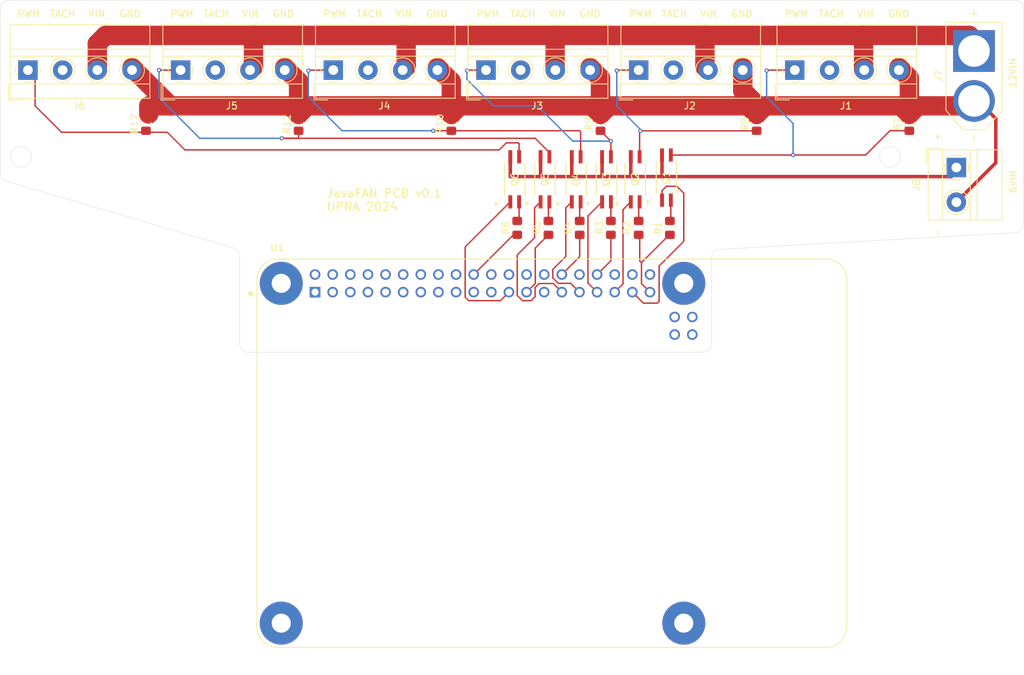
<source format=kicad_pcb>
(kicad_pcb (version 20240108) (generator "pcbnew") (generator_version "8.0")
  (title_block (title "JavaFan PCB Interface for Raspberry Pi 3B+") (date "2024-03-12") (rev "v0.1") (company "UPNA") (comment 1 "Dani Aláez") (comment 2 "Pendiente de revisión"))
  (layers (0 "F.Cu" signal) (31 "B.Cu" signal) (34 "B.Paste" user) (35 "F.Paste" user) (36 "B.SilkS" user "B.Silkscreen") (37 "F.SilkS" user "F.Silkscreen") (38 "B.Mask" user) (39 "F.Mask" user) (44 "Edge.Cuts" user))
  (net 0 "")
  (net 1 "Net-(J2-Pin_1)")
  (net 2 "/GND_Source")
  (net 3 "Net-(Q1-Pad2)")
  (net 8 "Net-(U1-3V3-Pad1)")
  (net 11 "Net-(J1-Pin_1)")
  (net 15 "Net-(U1-5V-Pad2)")
  (net 19 "Net-(U1-SHIELD-PadS1)")
  (net 21 "Net-(J3-Pin_1)")
  (net 35 "Net-(J4-Pin_1)")
  (net 36 "Net-(J5-Pin_1)")
  (net 37 "Net-(J6-Pin_1)")
  (net 38 "/V12DC")
  (net 39 "/Tach_1")
  (net 40 "/Tach_2")
  (net 41 "/Tach_3")
  (net 42 "/Tach_4")
  (net 43 "/Tach_5")
  (net 44 "/Tach_6")
  (net 45 "/6V")
  (net 46 "/PWM_1")
  (net 47 "/PWM_2")
  (net 48 "Net-(Q2-Pad2)")
  (net 49 "Net-(Q3-Pad2)")
  (net 50 "/PWM_3")
  (net 51 "/PWM_4")
  (net 52 "Net-(Q4-Pad2)")
  (net 53 "/PWM_5")
  (net 54 "Net-(Q5-Pad2)")
  (net 55 "Net-(Q6-Pad2)")
  (net 56 "/PWM_6")
  (net 57 "/GND_R")
  (footprint "XT60-M:AMASS_XT60-M" (layer "F.Cu") (at 184.82 37.6 -90)
    (property "Reference" "J7" (at 0 5.08 90) (layer "F.SilkS"))
    (property "Value" "XT60-M")
    (pad "N" thru_hole circle (at 3.6 0 270) (size 6 6) (drill 4.55) (layers "*.Cu" "*.Mask") (net 2 "/GND_Source"))
    (pad "P" thru_hole rect (at -3.6 0 270) (size 6 6) (drill 4.55) (layers "*.Cu" "*.Mask") (net 38 "/V12DC"))
  )
  (footprint "KiCAD:MFP4_100AL_OSI-M" (layer "F.Cu") (at 123 52.5 90)
    (property "Reference" "Q5" (at 0 0 90) (layer "F.SilkS"))
    (property "Value" "HMHA2801AR2")
    (fp_text user "*" (at -3.5052 -2.3368 -90) (layer "F.SilkS"))
    (fp_text user "*" (at -3.5052 -2.3368 90) (layer "F.SilkS"))
    (pad "1" smd rect (at -3.2512 -0.635 90) (size 1.905 0.5588) (layers "F.Cu" "F.Paste" "F.Mask") (net 53 "/PWM_5"))
    (pad "2" smd rect (at -3.2512 0.635 90) (size 1.905 0.5588) (layers "F.Cu" "F.Paste" "F.Mask") (net 54 "Net-(Q5-Pad2)"))
    (pad "3" smd rect (at 3.2512 0.635 90) (size 1.905 0.5588) (layers "F.Cu" "F.Paste" "F.Mask") (net 36 "Net-(J5-Pin_1)"))
    (pad "4" smd rect (at 3.2512 -0.635 90) (size 1.905 0.5588) (layers "F.Cu" "F.Paste" "F.Mask") (net 45 "/6V"))
  )
  (footprint "KiCAD:MFP4_100AL_OSI-M" (layer "F.Cu") (at 140.5 52.2512 90)
    (property "Reference" "Q1" (at 0 0 90) (layer "F.SilkS"))
    (property "Value" "HMHA2801AR2")
    (fp_text user "*" (at -3.5052 -2.3368 -90) (layer "F.SilkS"))
    (fp_text user "*" (at -3.5052 -2.3368 90) (layer "F.SilkS"))
    (pad "1" smd rect (at -3.2512 -0.635 90) (size 1.905 0.5588) (layers "F.Cu" "F.Paste" "F.Mask") (net 46 "/PWM_1"))
    (pad "2" smd rect (at -3.2512 0.635 90) (size 1.905 0.5588) (layers "F.Cu" "F.Paste" "F.Mask") (net 3 "Net-(Q1-Pad2)"))
    (pad "3" smd rect (at 3.2512 0.635 90) (size 1.905 0.5588) (layers "F.Cu" "F.Paste" "F.Mask") (net 11 "Net-(J1-Pin_1)"))
    (pad "4" smd rect (at 3.2512 -0.635 90) (size 1.905 0.5588) (layers "F.Cu" "F.Paste" "F.Mask") (net 45 "/6V"))
  )
  (footprint "Resistor_SMD:R_0805_2012Metric_Pad1.20x1.40mm_HandSolder" (layer "F.Cu") (at 87.5 44.5 90)
    (property "Reference" "R11" (at 0 -1.65 -90) (layer "F.SilkS"))
    (property "Value" "R")
    (pad "1" smd roundrect (at -1 0 90) (size 1.2 1.4) (layers "F.Cu" "F.Paste" "F.Mask") (roundrect_rratio 0.2083333333) (net 36 "Net-(J5-Pin_1)"))
    (pad "2" smd roundrect (at 1 0 90) (size 1.2 1.4) (layers "F.Cu" "F.Paste" "F.Mask") (roundrect_rratio 0.2083333333) (net 2 "/GND_Source"))
  )
  (footprint "Resistor_SMD:R_0805_2012Metric_Pad1.20x1.40mm_HandSolder" (layer "F.Cu") (at 131 44.5 90)
    (property "Reference" "R9" (at 0 -1.65 -90) (layer "F.SilkS"))
    (property "Value" "R")
    (pad "1" smd roundrect (at -1 0 90) (size 1.2 1.4) (layers "F.Cu" "F.Paste" "F.Mask") (roundrect_rratio 0.2083333333) (net 21 "Net-(J3-Pin_1)"))
    (pad "2" smd roundrect (at 1 0 90) (size 1.2 1.4) (layers "F.Cu" "F.Paste" "F.Mask") (roundrect_rratio 0.2083333333) (net 2 "/GND_Source"))
  )
  (footprint "Resistor_SMD:R_0805_2012Metric_Pad1.20x1.40mm_HandSolder" (layer "F.Cu") (at 175.5 44.5 90)
    (property "Reference" "R7" (at 0 -1.65 -90) (layer "F.SilkS"))
    (property "Value" "R")
    (pad "1" smd roundrect (at -1 0 90) (size 1.2 1.4) (layers "F.Cu" "F.Paste" "F.Mask") (roundrect_rratio 0.2083333333) (net 11 "Net-(J1-Pin_1)"))
    (pad "2" smd roundrect (at 1 0 90) (size 1.2 1.4) (layers "F.Cu" "F.Paste" "F.Mask") (roundrect_rratio 0.2083333333) (net 2 "/GND_Source"))
  )
  (footprint "TerminalBlock_MetzConnect:TerminalBlock_MetzConnect_Type011_RT05504HBWC_1x04_P5.00mm_Horizontal" (layer "F.Cu") (at 48.5 36.75)
    (property "Reference" "J6" (at 7.37 5.16 0) (layer "F.SilkS"))
    (property "Value" "Screw_Terminal_01x04")
    (pad "1" thru_hole rect (at 0 0) (size 2.8 2.8) (drill 1.4) (layers "*.Cu" "*.Mask") (net 37 "Net-(J6-Pin_1)"))
    (pad "2" thru_hole circle (at 5 0) (size 2.8 2.8) (drill 1.4) (layers "*.Cu" "*.Mask") (net 44 "/Tach_6"))
    (pad "3" thru_hole circle (at 10 0) (size 2.8 2.8) (drill 1.4) (layers "*.Cu" "*.Mask") (net 38 "/V12DC"))
    (pad "4" thru_hole circle (at 15 0) (size 2.8 2.8) (drill 1.4) (layers "*.Cu" "*.Mask") (net 2 "/GND_Source"))
  )
  (footprint "RASPBERRY_PI_3_MODEL_B_:MODULE_RASPBERRY_PI_3_MODEL_B_" (layer "F.Cu") (at 124 92)
    (property "Reference" "U1" (at -39.575 -29.635 0) (layer "F.SilkS"))
    (property "Value" "RASPBERRY_PI_3_MODEL_B_")
    (pad "1" thru_hole rect (at -34.13 -23.23) (size 1.524 1.524) (drill 1.016) (layers "*.Cu" "*.Mask") (net 8 "Net-(U1-3V3-Pad1)"))
    (pad "2" thru_hole circle (at -34.13 -25.77) (size 1.524 1.524) (drill 1.016) (layers "*.Cu" "*.Mask") (net 15 "Net-(U1-5V-Pad2)"))
    (pad "3" thru_hole circle (at -31.59 -23.23) (size 1.524 1.524) (drill 1.016) (layers "*.Cu" "*.Mask"))
    (pad "4" thru_hole circle (at -31.59 -25.77) (size 1.524 1.524) (drill 1.016) (layers "*.Cu" "*.Mask") (net 15 "Net-(U1-5V-Pad2)"))
    (pad "5" thru_hole circle (at -29.05 -23.23) (size 1.524 1.524) (drill 1.016) (layers "*.Cu" "*.Mask"))
    (pad "6" thru_hole circle (at -29.05 -25.77) (size 1.524 1.524) (drill 1.016) (layers "*.Cu" "*.Mask") (net 57 "/GND_R"))
    (pad "7" thru_hole circle (at -26.51 -23.23) (size 1.524 1.524) (drill 1.016) (layers "*.Cu" "*.Mask"))
    (pad "8" thru_hole circle (at -26.51 -25.77) (size 1.524 1.524) (drill 1.016) (layers "*.Cu" "*.Mask"))
    (pad "9" thru_hole circle (at -23.97 -23.23) (size 1.524 1.524) (drill 1.016) (layers "*.Cu" "*.Mask") (net 57 "/GND_R"))
    (pad "10" thru_hole circle (at -23.97 -25.77) (size 1.524 1.524) (drill 1.016) (layers "*.Cu" "*.Mask"))
    (pad "11" thru_hole circle (at -21.43 -23.23) (size 1.524 1.524) (drill 1.016) (layers "*.Cu" "*.Mask"))
    (pad "12" thru_hole circle (at -21.43 -25.77) (size 1.524 1.524) (drill 1.016) (layers "*.Cu" "*.Mask"))
    (pad "13" thru_hole circle (at -18.89 -23.23) (size 1.524 1.524) (drill 1.016) (layers "*.Cu" "*.Mask"))
    (pad "14" thru_hole circle (at -18.89 -25.77) (size 1.524 1.524) (drill 1.016) (layers "*.Cu" "*.Mask") (net 57 "/GND_R"))
    (pad "15" thru_hole circle (at -16.35 -23.23) (size 1.524 1.524) (drill 1.016) (layers "*.Cu" "*.Mask"))
    (pad "16" thru_hole circle (at -16.35 -25.77) (size 1.524 1.524) (drill 1.016) (layers "*.Cu" "*.Mask"))
    (pad "17" thru_hole circle (at -13.81 -23.23) (size 1.524 1.524) (drill 1.016) (layers "*.Cu" "*.Mask") (net 8 "Net-(U1-3V3-Pad1)"))
    (pad "18" thru_hole circle (at -13.81 -25.77) (size 1.524 1.524) (drill 1.016) (layers "*.Cu" "*.Mask"))
    (pad "19" thru_hole circle (at -11.27 -23.23) (size 1.524 1.524) (drill 1.016) (layers "*.Cu" "*.Mask"))
    (pad "20" thru_hole circle (at -11.27 -25.77) (size 1.524 1.524) (drill 1.016) (layers "*.Cu" "*.Mask") (net 57 "/GND_R"))
    (pad "21" thru_hole circle (at -8.73 -23.23) (size 1.524 1.524) (drill 1.016) (layers "*.Cu" "*.Mask"))
    (pad "22" thru_hole circle (at -8.73 -25.77) (size 1.524 1.524) (drill 1.016) (layers "*.Cu" "*.Mask"))
    (pad "23" thru_hole circle (at -6.19 -23.23) (size 1.524 1.524) (drill 1.016) (layers "*.Cu" "*.Mask") (net 56 "/PWM_6"))
    (pad "24" thru_hole circle (at -6.19 -25.77) (size 1.524 1.524) (drill 1.016) (layers "*.Cu" "*.Mask"))
    (pad "25" thru_hole circle (at -3.65 -23.23) (size 1.524 1.524) (drill 1.016) (layers "*.Cu" "*.Mask") (net 57 "/GND_R"))
    (pad "26" thru_hole circle (at -3.65 -25.77) (size 1.524 1.524) (drill 1.016) (layers "*.Cu" "*.Mask"))
    (pad "27" thru_hole circle (at -1.11 -23.23) (size 1.524 1.524) (drill 1.016) (layers "*.Cu" "*.Mask"))
    (pad "28" thru_hole circle (at -1.11 -25.77) (size 1.524 1.524) (drill 1.016) (layers "*.Cu" "*.Mask"))
    (pad "29" thru_hole circle (at 1.43 -23.23) (size 1.524 1.524) (drill 1.016) (layers "*.Cu" "*.Mask") (net 53 "/PWM_5"))
    (pad "30" thru_hole circle (at 1.43 -25.77) (size 1.524 1.524) (drill 1.016) (layers "*.Cu" "*.Mask") (net 57 "/GND_R"))
    (pad "31" thru_hole circle (at 3.97 -23.23) (size 1.524 1.524) (drill 1.016) (layers "*.Cu" "*.Mask") (net 51 "/PWM_4"))
    (pad "32" thru_hole circle (at 3.97 -25.77) (size 1.524 1.524) (drill 1.016) (layers "*.Cu" "*.Mask"))
    (pad "33" thru_hole circle (at 6.51 -23.23) (size 1.524 1.524) (drill 1.016) (layers "*.Cu" "*.Mask") (net 50 "/PWM_3"))
    (pad "34" thru_hole circle (at 6.51 -25.77) (size 1.524 1.524) (drill 1.016) (layers "*.Cu" "*.Mask") (net 57 "/GND_R"))
    (pad "35" thru_hole circle (at 9.05 -23.23) (size 1.524 1.524) (drill 1.016) (layers "*.Cu" "*.Mask") (net 47 "/PWM_2"))
    (pad "36" thru_hole circle (at 9.05 -25.77) (size 1.524 1.524) (drill 1.016) (layers "*.Cu" "*.Mask"))
    (pad "37" thru_hole circle (at 11.59 -23.23) (size 1.524 1.524) (drill 1.016) (layers "*.Cu" "*.Mask") (net 46 "/PWM_1"))
    (pad "38" thru_hole circle (at 11.59 -25.77) (size 1.524 1.524) (drill 1.016) (layers "*.Cu" "*.Mask"))
    (pad "39" thru_hole circle (at 14.13 -23.23) (size 1.524 1.524) (drill 1.016) (layers "*.Cu" "*.Mask") (net 57 "/GND_R"))
    (pad "40" thru_hole circle (at 14.13 -25.77) (size 1.524 1.524) (drill 1.016) (layers "*.Cu" "*.Mask"))
    (pad "41" thru_hole circle (at 20.23 -17.107) (size 1.524 1.524) (drill 1.016) (layers "*.Cu" "*.Mask"))
    (pad "42" thru_hole circle (at 20.23 -19.647) (size 1.524 1.524) (drill 1.016) (layers "*.Cu" "*.Mask"))
    (pad "43" thru_hole circle (at 17.69 -17.107) (size 1.524 1.524) (drill 1.016) (layers "*.Cu" "*.Mask"))
    (pad "44" thru_hole circle (at 17.69 -19.647) (size 1.524 1.524) (drill 1.016) (layers "*.Cu" "*.Mask"))
    (pad "S1" thru_hole circle (at -39 -24.5) (size 6.2 6.2) (drill 2.75) (layers "*.Cu" "*.Mask") (net 19 "Net-(U1-SHIELD-PadS1)"))
    (pad "S2" thru_hole circle (at 19 -24.5) (size 6.2 6.2) (drill 2.75) (layers "*.Cu" "*.Mask") (net 19 "Net-(U1-SHIELD-PadS1)"))
    (pad "S3" thru_hole circle (at 19 24.5) (size 6.2 6.2) (drill 2.75) (layers "*.Cu" "*.Mask") (net 19 "Net-(U1-SHIELD-PadS1)"))
    (pad "S4" thru_hole circle (at -39 24.5) (size 6.2 6.2) (drill 2.75) (layers "*.Cu" "*.Mask") (net 19 "Net-(U1-SHIELD-PadS1)"))
  )
  (footprint "TerminalBlock_MetzConnect:TerminalBlock_MetzConnect_Type011_RT05504HBWC_1x04_P5.00mm_Horizontal" (layer "F.Cu") (at 92.5 36.75)
    (property "Reference" "J4" (at 7.37 5.16 0) (layer "F.SilkS"))
    (property "Value" "Screw_Terminal_01x04")
    (pad "1" thru_hole rect (at 0 0) (size 2.8 2.8) (drill 1.4) (layers "*.Cu" "*.Mask") (net 35 "Net-(J4-Pin_1)"))
    (pad "2" thru_hole circle (at 5 0) (size 2.8 2.8) (drill 1.4) (layers "*.Cu" "*.Mask") (net 42 "/Tach_4"))
    (pad "3" thru_hole circle (at 10 0) (size 2.8 2.8) (drill 1.4) (layers "*.Cu" "*.Mask") (net 38 "/V12DC"))
    (pad "4" thru_hole circle (at 15 0) (size 2.8 2.8) (drill 1.4) (layers "*.Cu" "*.Mask") (net 2 "/GND_Source"))
  )
  (footprint "TerminalBlock_MetzConnect:TerminalBlock_MetzConnect_Type011_RT05504HBWC_1x04_P5.00mm_Horizontal" (layer "F.Cu") (at 159 36.75)
    (property "Reference" "J1" (at 7.37 5.16 0) (layer "F.SilkS"))
    (property "Value" "Screw_Terminal_01x04")
    (pad "1" thru_hole rect (at 0 0) (size 2.8 2.8) (drill 1.4) (layers "*.Cu" "*.Mask") (net 11 "Net-(J1-Pin_1)"))
    (pad "2" thru_hole circle (at 5 0) (size 2.8 2.8) (drill 1.4) (layers "*.Cu" "*.Mask") (net 39 "/Tach_1"))
    (pad "3" thru_hole circle (at 10 0) (size 2.8 2.8) (drill 1.4) (layers "*.Cu" "*.Mask") (net 38 "/V12DC"))
    (pad "4" thru_hole circle (at 15 0) (size 2.8 2.8) (drill 1.4) (layers "*.Cu" "*.Mask") (net 2 "/GND_Source"))
  )
  (footprint "Resistor_SMD:R_0805_2012Metric_Pad1.20x1.40mm_HandSolder" (layer "F.Cu") (at 153.5 44.5 90)
    (property "Reference" "R8" (at 0 -1.65 -90) (layer "F.SilkS"))
    (property "Value" "R")
    (pad "1" smd roundrect (at -1 0 90) (size 1.2 1.4) (layers "F.Cu" "F.Paste" "F.Mask") (roundrect_rratio 0.2083333333) (net 1 "Net-(J2-Pin_1)"))
    (pad "2" smd roundrect (at 1 0 90) (size 1.2 1.4) (layers "F.Cu" "F.Paste" "F.Mask") (roundrect_rratio 0.2083333333) (net 2 "/GND_Source"))
  )
  (footprint "Resistor_SMD:R_0805_2012Metric_Pad1.20x1.40mm_HandSolder" (layer "F.Cu") (at 128 59.5 90)
    (property "Reference" "R4" (at 0 -1.65 -90) (layer "F.SilkS"))
    (property "Value" "R")
    (pad "1" smd roundrect (at -1 0 90) (size 1.2 1.4) (layers "F.Cu" "F.Paste" "F.Mask") (roundrect_rratio 0.2083333333) (net 57 "/GND_R"))
    (pad "2" smd roundrect (at 1 0 90) (size 1.2 1.4) (layers "F.Cu" "F.Paste" "F.Mask") (roundrect_rratio 0.2083333333) (net 52 "Net-(Q4-Pad2)"))
  )
  (footprint "Resistor_SMD:R_0805_2012Metric_Pad1.20x1.40mm_HandSolder" (layer "F.Cu") (at 119 59.5 90)
    (property "Reference" "R6" (at 0 -1.65 -90) (layer "F.SilkS"))
    (property "Value" "R")
    (pad "1" smd roundrect (at -1 0 90) (size 1.2 1.4) (layers "F.Cu" "F.Paste" "F.Mask") (roundrect_rratio 0.2083333333) (net 57 "/GND_R"))
    (pad "2" smd roundrect (at 1 0 90) (size 1.2 1.4) (layers "F.Cu" "F.Paste" "F.Mask") (roundrect_rratio 0.2083333333) (net 55 "Net-(Q6-Pad2)"))
  )
  (footprint "KiCAD:MFP4_100AL_OSI-M" (layer "F.Cu") (at 136 52.5 90)
    (property "Reference" "Q2" (at 0 0 90) (layer "F.SilkS"))
    (property "Value" "HMHA2801AR2")
    (fp_text user "*" (at -3.5052 -2.3368 90) (layer "F.SilkS"))
    (fp_text user "*" (at -3.5052 -2.3368 -90) (layer "F.SilkS"))
    (pad "1" smd rect (at -3.2512 -0.635 90) (size 1.905 0.5588) (layers "F.Cu" "F.Paste" "F.Mask") (net 47 "/PWM_2"))
    (pad "2" smd rect (at -3.2512 0.635 90) (size 1.905 0.5588) (layers "F.Cu" "F.Paste" "F.Mask") (net 48 "Net-(Q2-Pad2)"))
    (pad "3" smd rect (at 3.2512 0.635 90) (size 1.905 0.5588) (layers "F.Cu" "F.Paste" "F.Mask") (net 1 "Net-(J2-Pin_1)"))
    (pad "4" smd rect (at 3.2512 -0.635 90) (size 1.905 0.5588) (layers "F.Cu" "F.Paste" "F.Mask") (net 45 "/6V"))
  )
  (footprint "TerminalBlock_MetzConnect:TerminalBlock_MetzConnect_Type011_RT05504HBWC_1x04_P5.00mm_Horizontal" (layer "F.Cu") (at 136.5 36.75)
    (property "Reference" "J2" (at 7.37 5.16 0) (layer "F.SilkS"))
    (property "Value" "Screw_Terminal_01x04")
    (pad "1" thru_hole rect (at 0 0) (size 2.8 2.8) (drill 1.4) (layers "*.Cu" "*.Mask") (net 1 "Net-(J2-Pin_1)"))
    (pad "2" thru_hole circle (at 5 0) (size 2.8 2.8) (drill 1.4) (layers "*.Cu" "*.Mask") (net 40 "/Tach_2"))
    (pad "3" thru_hole circle (at 10 0) (size 2.8 2.8) (drill 1.4) (layers "*.Cu" "*.Mask") (net 38 "/V12DC"))
    (pad "4" thru_hole circle (at 15 0) (size 2.8 2.8) (drill 1.4) (layers "*.Cu" "*.Mask") (net 2 "/GND_Source"))
  )
  (footprint "KiCAD:MFP4_100AL_OSI-M" (layer "F.Cu") (at 131.865 52.5 90)
    (property "Reference" "Q3" (at 0 0 90) (layer "F.SilkS"))
    (property "Value" "HMHA2801AR2")
    (fp_text user "*" (at -3.5052 -2.3368 90) (layer "F.SilkS"))
    (fp_text user "*" (at -3.5052 -2.3368 -90) (layer "F.SilkS"))
    (pad "1" smd rect (at -3.2512 -0.635 90) (size 1.905 0.5588) (layers "F.Cu" "F.Paste" "F.Mask") (net 50 "/PWM_3"))
    (pad "2" smd rect (at -3.2512 0.635 90) (size 1.905 0.5588) (layers "F.Cu" "F.Paste" "F.Mask") (net 49 "Net-(Q3-Pad2)"))
    (pad "3" smd rect (at 3.2512 0.635 90) (size 1.905 0.5588) (layers "F.Cu" "F.Paste" "F.Mask") (net 21 "Net-(J3-Pin_1)"))
    (pad "4" smd rect (at 3.2512 -0.635 90) (size 1.905 0.5588) (layers "F.Cu" "F.Paste" "F.Mask") (net 45 "/6V"))
  )
  (footprint "TerminalBlock_MetzConnect:TerminalBlock_MetzConnect_Type011_RT05502HBWC_1x02_P5.00mm_Horizontal" (layer "F.Cu") (at 182.28 50.8 -90)
    (property "Reference" "J8" (at 2.54 5.75 90) (layer "F.SilkS"))
    (property "Value" "Screw_Terminal_01x02")
    (pad "1" thru_hole rect (at 0 0 270) (size 2.8 2.8) (drill 1.4) (layers "*.Cu" "*.Mask") (net 45 "/6V"))
    (pad "2" thru_hole circle (at 5 0 270) (size 2.8 2.8) (drill 1.4) (layers "*.Cu" "*.Mask") (net 2 "/GND_Source"))
  )
  (footprint "KiCAD:MFP4_100AL_OSI-M" (layer "F.Cu") (at 118.635 52.5 90)
    (property "Reference" "Q6" (at 0 0 90) (layer "F.SilkS"))
    (property "Value" "HMHA2801AR2")
    (fp_text user "*" (at -3.5052 -2.3368 90) (layer "F.SilkS"))
    (fp_text user "*" (at -3.5052 -2.3368 -90) (layer "F.SilkS"))
    (pad "1" smd rect (at -3.2512 -0.635 90) (size 1.905 0.5588) (layers "F.Cu" "F.Paste" "F.Mask") (net 56 "/PWM_6"))
    (pad "2" smd rect (at -3.2512 0.635 90) (size 1.905 0.5588) (layers "F.Cu" "F.Paste" "F.Mask") (net 55 "Net-(Q6-Pad2)"))
    (pad "3" smd rect (at 3.2512 0.635 90) (size 1.905 0.5588) (layers "F.Cu" "F.Paste" "F.Mask") (net 37 "Net-(J6-Pin_1)"))
    (pad "4" smd rect (at 3.2512 -0.635 90) (size 1.905 0.5588) (layers "F.Cu" "F.Paste" "F.Mask") (net 45 "/6V"))
  )
  (footprint "TerminalBlock_MetzConnect:TerminalBlock_MetzConnect_Type011_RT05504HBWC_1x04_P5.00mm_Horizontal" (layer "F.Cu") (at 70.5 36.75)
    (property "Reference" "J5" (at 7.37 5.16 0) (layer "F.SilkS"))
    (property "Value" "Screw_Terminal_01x04")
    (pad "1" thru_hole rect (at 0 0) (size 2.8 2.8) (drill 1.4) (layers "*.Cu" "*.Mask") (net 36 "Net-(J5-Pin_1)"))
    (pad "2" thru_hole circle (at 5 0) (size 2.8 2.8) (drill 1.4) (layers "*.Cu" "*.Mask") (net 43 "/Tach_5"))
    (pad "3" thru_hole circle (at 10 0) (size 2.8 2.8) (drill 1.4) (layers "*.Cu" "*.Mask") (net 38 "/V12DC"))
    (pad "4" thru_hole circle (at 15 0) (size 2.8 2.8) (drill 1.4) (layers "*.Cu" "*.Mask") (net 2 "/GND_Source"))
  )
  (footprint "KiCAD:MFP4_100AL_OSI-M" (layer "F.Cu") (at 127.5 52.5 90)
    (property "Reference" "Q4" (at 0 0 90) (layer "F.SilkS"))
    (property "Value" "HMHA2801AR2")
    (fp_text user "*" (at -3.5052 -2.3368 90) (layer "F.SilkS"))
    (fp_text user "*" (at -3.5052 -2.3368 -90) (layer "F.SilkS"))
    (pad "1" smd rect (at -3.2512 -0.635 90) (size 1.905 0.5588) (layers "F.Cu" "F.Paste" "F.Mask") (net 51 "/PWM_4"))
    (pad "2" smd rect (at -3.2512 0.635 90) (size 1.905 0.5588) (layers "F.Cu" "F.Paste" "F.Mask") (net 52 "Net-(Q4-Pad2)"))
    (pad "3" smd rect (at 3.2512 0.635 90) (size 1.905 0.5588) (layers "F.Cu" "F.Paste" "F.Mask") (net 35 "Net-(J4-Pin_1)"))
    (pad "4" smd rect (at 3.2512 -0.635 90) (size 1.905 0.5588) (layers "F.Cu" "F.Paste" "F.Mask") (net 45 "/6V"))
  )
  (footprint "TerminalBlock_MetzConnect:TerminalBlock_MetzConnect_Type011_RT05504HBWC_1x04_P5.00mm_Horizontal" (layer "F.Cu") (at 114.5 36.75)
    (property "Reference" "J3" (at 7.37 5.16 0) (layer "F.SilkS"))
    (property "Value" "Screw_Terminal_01x04")
    (pad "1" thru_hole rect (at 0 0) (size 2.8 2.8) (drill 1.4) (layers "*.Cu" "*.Mask") (net 21 "Net-(J3-Pin_1)"))
    (pad "2" thru_hole circle (at 5 0) (size 2.8 2.8) (drill 1.4) (layers "*.Cu" "*.Mask") (net 41 "/Tach_3"))
    (pad "3" thru_hole circle (at 10 0) (size 2.8 2.8) (drill 1.4) (layers "*.Cu" "*.Mask") (net 38 "/V12DC"))
    (pad "4" thru_hole circle (at 15 0) (size 2.8 2.8) (drill 1.4) (layers "*.Cu" "*.Mask") (net 2 "/GND_Source"))
  )
  (footprint "Resistor_SMD:R_0805_2012Metric_Pad1.20x1.40mm_HandSolder" (layer "F.Cu") (at 132.5 59.5 90)
    (property "Reference" "R3" (at 0 -1.65 -90) (layer "F.SilkS"))
    (property "Value" "R")
    (pad "1" smd roundrect (at -1 0 90) (size 1.2 1.4) (layers "F.Cu" "F.Paste" "F.Mask") (roundrect_rratio 0.2083333333) (net 57 "/GND_R"))
    (pad "2" smd roundrect (at 1 0 90) (size 1.2 1.4) (layers "F.Cu" "F.Paste" "F.Mask") (roundrect_rratio 0.2083333333) (net 49 "Net-(Q3-Pad2)"))
  )
  (footprint "Resistor_SMD:R_0805_2012Metric_Pad1.20x1.40mm_HandSolder" (layer "F.Cu") (at 123.5 59.5 90)
    (property "Reference" "R5" (at 0 -1.65 -90) (layer "F.SilkS"))
    (property "Value" "R")
    (pad "1" smd roundrect (at -1 0 90) (size 1.2 1.4) (layers "F.Cu" "F.Paste" "F.Mask") (roundrect_rratio 0.2083333333) (net 57 "/GND_R"))
    (pad "2" smd roundrect (at 1 0 90) (size 1.2 1.4) (layers "F.Cu" "F.Paste" "F.Mask") (roundrect_rratio 0.2083333333) (net 54 "Net-(Q5-Pad2)"))
  )
  (footprint "Resistor_SMD:R_0805_2012Metric_Pad1.20x1.40mm_HandSolder" (layer "F.Cu") (at 141 59.5 90)
    (property "Reference" "R1" (at 0 -1.65 -90) (layer "F.SilkS"))
    (property "Value" "R")
    (pad "1" smd roundrect (at -1 0 90) (size 1.2 1.4) (layers "F.Cu" "F.Paste" "F.Mask") (roundrect_rratio 0.2083333333) (net 57 "/GND_R"))
    (pad "2" smd roundrect (at 1 0 90) (size 1.2 1.4) (layers "F.Cu" "F.Paste" "F.Mask") (roundrect_rratio 0.2083333333) (net 3 "Net-(Q1-Pad2)"))
  )
  (footprint "Resistor_SMD:R_0805_2012Metric_Pad1.20x1.40mm_HandSolder" (layer "F.Cu") (at 65.5 44.5 90)
    (property "Reference" "R12" (at 0 -1.65 -90) (layer "F.SilkS"))
    (property "Value" "R")
    (pad "1" smd roundrect (at -1 0 90) (size 1.2 1.4) (layers "F.Cu" "F.Paste" "F.Mask") (roundrect_rratio 0.2083333333) (net 37 "Net-(J6-Pin_1)"))
    (pad "2" smd roundrect (at 1 0 90) (size 1.2 1.4) (layers "F.Cu" "F.Paste" "F.Mask") (roundrect_rratio 0.2083333333) (net 2 "/GND_Source"))
  )
  (footprint "Resistor_SMD:R_0805_2012Metric_Pad1.20x1.40mm_HandSolder" (layer "F.Cu") (at 136.5 59.5 90)
    (property "Reference" "R2" (at 0 -1.65 -90) (layer "F.SilkS"))
    (property "Value" "R")
    (pad "1" smd roundrect (at -1 0 90) (size 1.2 1.4) (layers "F.Cu" "F.Paste" "F.Mask") (roundrect_rratio 0.2083333333) (net 57 "/GND_R"))
    (pad "2" smd roundrect (at 1 0 90) (size 1.2 1.4) (layers "F.Cu" "F.Paste" "F.Mask") (roundrect_rratio 0.2083333333) (net 48 "Net-(Q2-Pad2)"))
  )
  (footprint "Resistor_SMD:R_0805_2012Metric_Pad1.20x1.40mm_HandSolder" (layer "F.Cu") (at 109.5 44.5 90)
    (property "Reference" "R10" (at 0 -1.65 -90) (layer "F.SilkS"))
    (property "Value" "R")
    (pad "1" smd roundrect (at -1 0 90) (size 1.2 1.4) (layers "F.Cu" "F.Paste" "F.Mask") (roundrect_rratio 0.2083333333) (net 35 "Net-(J4-Pin_1)"))
    (pad "2" smd roundrect (at 1 0 90) (size 1.2 1.4) (layers "F.Cu" "F.Paste" "F.Mask") (roundrect_rratio 0.2083333333) (net 2 "/GND_Source"))
  )
  (gr_line (start 78.088772 62.40165) (end 45.411228 52.77835) (stroke (width 0.05)) (layer "Edge.Cuts"))
  (gr_arc (start 80.27 77.44) (mid 79.371974 77.068026) (end 79 76.17) (stroke (width 0.05)) (layer "Edge.Cuts"))
  (gr_arc (start 147 76.17) (mid 146.628026 77.068026) (end 145.73 77.44) (stroke (width 0.05)) (layer "Edge.Cuts"))
  (gr_line (start 45.77 26.67) (end 190.73 26.67) (stroke (width 0.05)) (layer "Edge.Cuts"))
  (gr_line (start 79 76.17) (end 79 63.61992) (stroke (width 0.05)) (layer "Edge.Cuts"))
  (gr_arc (start 44.5 27.94) (mid 44.871974 27.041974) (end 45.77 26.67) (stroke (width 0.05)) (layer "Edge.Cuts"))
  (gr_line (start 44.5 51.56008) (end 44.5 27.94) (stroke (width 0.05)) (layer "Edge.Cuts"))
  (gr_line (start 192 27.94) (end 192 58.929663) (stroke (width 0.05)) (layer "Edge.Cuts"))
  (gr_arc (start 192 58.929663) (mid 191.652996 59.80204) (end 190.801571 60.197645) (stroke (width 0.05)) (layer "Edge.Cuts"))
  (gr_line (start 190.801571 60.197645) (end 148.198429 62.602355) (stroke (width 0.05)) (layer "Edge.Cuts"))
  (gr_circle (center 47.5 49.238) (end 49 49.238) (stroke (width 0.05)) (fill none) (layer "Edge.Cuts"))
  (gr_arc (start 78.088772 62.40165) (mid 78.746983 62.859245) (end 79 63.61992) (stroke (width 0.05)) (layer "Edge.Cuts"))
  (gr_circle (center 172.72 49.238) (end 174.22 49.238) (stroke (width 0.05)) (fill none) (layer "Edge.Cuts"))
  (gr_line (start 145.73 77.44) (end 80.27 77.44) (stroke (width 0.05)) (layer "Edge.Cuts"))
  (gr_arc (start 147 63.870337) (mid 147.347004 62.99796) (end 148.198429 62.602355) (stroke (width 0.05)) (layer "Edge.Cuts"))
  (gr_arc (start 190.73 26.67) (mid 191.628026 27.041974) (end 192 27.94) (stroke (width 0.05)) (layer "Edge.Cuts"))
  (gr_arc (start 45.411228 52.77835) (mid 44.753017 52.320755) (end 44.5 51.56008) (stroke (width 0.05)) (layer "Edge.Cuts"))
  (gr_line (start 147 63.870337) (end 147 76.17) (stroke (width 0.05)) (layer "Edge.Cuts"))
  (gr_text "VIN" (at 167.894 29.21 0) (layer "F.SilkS") (effects (font (size 1 1) (thickness 0.1524)) (justify left bottom)))
  (gr_text "VIN" (at 79.248 29.21 0) (layer "F.SilkS") (effects (font (size 1 1) (thickness 0.1524)) (justify left bottom)))
  (gr_text "TACH" (at 51.562 29.21 0) (layer "F.SilkS") (effects (font (size 1 1) (thickness 0.1524)) (justify left bottom)))
  (gr_text "TACH" (at 139.7 29.21 0) (layer "F.SilkS") (effects (font (size 1 1) (thickness 0.1524)) (justify left bottom)))
  (gr_text "PWM" (at 113.03 29.21 0) (layer "F.SilkS") (effects (font (size 1 1) (thickness 0.1524)) (justify left bottom)))
  (gr_text "GND" (at 172.339 29.21 0) (layer "F.SilkS") (effects (font (size 1 1) (thickness 0.1524)) (justify left bottom)))
  (gr_text "PWM" (at 68.961 29.21 0) (layer "F.SilkS") (effects (font (size 1 1) (thickness 0.1524)) (justify left bottom)))
  (gr_text "-" (at 179.07 59.54709 -90) (layer "F.SilkS") (effects (font (size 1 1) (thickness 0.1524)) (justify left bottom)))
  (gr_text "JavaFAN PCB v0.1\nUPNA 2024" (at 91.44 57.15 0) (layer "F.SilkS") (effects (font (size 1.2 1.2) (thickness 0.2) (bold yes)) (justify left bottom)))
  (gr_text "VIN" (at 145.288 29.21 0) (layer "F.SilkS") (effects (font (size 1 1) (thickness 0.1524)) (justify left bottom)))
  (gr_text "GND" (at 83.693 29.21 0) (layer "F.SilkS") (effects (font (size 1 1) (thickness 0.1524)) (justify left bottom)))
  (gr_text "GND" (at 105.791 29.21 0) (layer "F.SilkS") (effects (font (size 1 1) (thickness 0.1524)) (justify left bottom)))
  (gr_text "GND" (at 61.595 29.21 0) (layer "F.SilkS") (effects (font (size 1 1) (thickness 0.1524)) (justify left bottom)))
  (gr_text "PWM" (at 90.932 29.21 0) (layer "F.SilkS") (effects (font (size 1 1) (thickness 0.1524)) (justify left bottom)))
  (gr_text "+" (at 179.07 45.72 270) (layer "F.SilkS") (effects (font (size 1 1) (thickness 0.1524)) (justify left bottom)))
  (gr_text "GND" (at 127.889 29.21 0) (layer "F.SilkS") (effects (font (size 1 1) (thickness 0.1524)) (justify left bottom)))
  (gr_text "12VIN" (at 191.008 39.37 90) (layer "F.SilkS") (effects (font (size 1 1) (thickness 0.1524)) (justify left bottom)))
  (gr_text "PWM" (at 46.863 29.21 0) (layer "F.SilkS") (effects (font (size 1 1) (thickness 0.1524)) (justify left bottom)))
  (gr_text "TACH" (at 95.758 29.21 0) (layer "F.SilkS") (effects (font (size 1 1) (thickness 0.1524)) (justify left bottom)))
  (gr_text "TACH" (at 73.66 29.21 0) (layer "F.SilkS") (effects (font (size 1 1) (thickness 0.1524)) (justify left bottom)))
  (gr_text "VIN" (at 123.444 29.21 0) (layer "F.SilkS") (effects (font (size 1 1) (thickness 0.1524)) (justify left bottom)))
  (gr_text "TACH" (at 117.856 29.21 0) (layer "F.SilkS") (effects (font (size 1 1) (thickness 0.1524)) (justify left bottom)))
  (gr_text "6VIN" (at 191.008 54.61 90) (layer "F.SilkS") (effects (font (size 1 1) (thickness 0.1524)) (justify left bottom)))
  (gr_text "TACH" (at 162.306 29.21 0) (layer "F.SilkS") (effects (font (size 1 1) (thickness 0.1524)) (justify left bottom)))
  (gr_text "VIN" (at 101.346 29.21 0) (layer "F.SilkS") (effects (font (size 1 1) (thickness 0.1524)) (justify left bottom)))
  (gr_text "PWM" (at 135.001 29.21 0) (layer "F.SilkS") (effects (font (size 1 1) (thickness 0.1524)) (justify left bottom)))
  (gr_text "GND" (at 149.733 29.21 0) (layer "F.SilkS") (effects (font (size 1 1) (thickness 0.1524)) (justify left bottom)))
  (gr_text "PWM" (at 157.48 29.21 0) (layer "F.SilkS") (effects (font (size 1 1) (thickness 0.1524)) (justify left bottom)))
  (gr_text "VIN" (at 57.15 29.21 0) (layer "F.SilkS") (effects (font (size 1 1) (thickness 0.1524)) (justify left bottom)))
  (segment (start 136.635 45.635) (end 136.635 49.2488) (width 0.2) (layer "F.Cu") (net 1))
  (segment (start 136.756282 45.513718) (end 153.486282 45.513718) (width 0.2) (layer "F.Cu") (net 1))
  (segment (start 153.486282 45.513718) (end 153.5 45.5) (width 0.2) (layer "F.Cu") (net 1))
  (segment (start 136.635 45.635) (end 136.756282 45.513718) (width 0.2) (layer "F.Cu") (net 1))
  (segment (start 136.5 36.75) (end 133.43 36.75) (width 0.2) (layer "F.Cu") (net 1))
  (segment (start 133.43 36.75) (end 133.35 36.83) (width 0.2) (layer "F.Cu") (net 1))
  (via (at 136.756282 45.513718) (size 0.6) (drill 0.3) (layers "F.Cu" "B.Cu") (net 1))
  (via (at 133.35 36.83) (size 0.6) (drill 0.3) (layers "F.Cu" "B.Cu") (net 1))
  (segment (start 133.35 41.91) (end 133.35 36.83) (width 0.2) (layer "B.Cu") (net 1))
  (segment (start 136.756282 45.316282) (end 133.35 41.91) (width 0.2) (layer "B.Cu") (net 1))
  (segment (start 136.756282 45.513718) (end 136.756282 45.316282) (width 0.2) (layer "B.Cu") (net 1))
  (segment (start 175.5 43.14) (end 174.27 41.91) (width 2.794) (layer "F.Cu") (net 2))
  (segment (start 88.73 41.91) (end 87.5 43.14) (width 2.794) (layer "F.Cu") (net 2))
  (segment (start 152.27 41.91) (end 132.23 41.91) (width 2.794) (layer "F.Cu") (net 2))
  (segment (start 109.5 43.14) (end 109.5 38.39) (width 2.794) (layer "F.Cu") (net 2))
  (segment (start 187.96 50.12) (end 187.96 43.74) (width 0.508) (layer "F.Cu") (net 2))
  (segment (start 175.5 37.89) (end 174 36.39) (width 2.794) (layer "F.Cu") (net 2))
  (segment (start 110.73 41.91) (end 109.5 43.14) (width 2.794) (layer "F.Cu") (net 2))
  (segment (start 151.5 39.74) (end 151.5 36.39) (width 2.794) (layer "F.Cu") (net 2))
  (segment (start 175.5 43.14) (end 175.5 37.89) (width 2.794) (layer "F.Cu") (net 2))
  (segment (start 109.5 43.14) (end 108.27 41.91) (width 2.794) (layer "F.Cu") (net 2))
  (segment (start 153.5 41.74) (end 151.5 39.74) (width 2.794) (layer "F.Cu") (net 2))
  (segment (start 131 37.89) (end 129.5 36.39) (width 2.794) (layer "F.Cu") (net 2))
  (segment (start 87.5 38.39) (end 85.5 36.39) (width 2.794) (layer "F.Cu") (net 2))
  (segment (start 87.5 43.14) (end 87.5 38.39) (width 2.794) (layer "F.Cu") (net 2))
  (segment (start 187.96 43.74) (end 185.42 41.2) (width 0.508) (layer "F.Cu") (net 2))
  (segment (start 182.28 55.8) (end 187.96 50.12) (width 0.508) (layer "F.Cu") (net 2))
  (segment (start 153.5 43.14) (end 153.5 41.74) (width 2.794) (layer "F.Cu") (net 2))
  (segment (start 87.5 43.14) (end 86.27 41.91) (width 2.794) (layer "F.Cu") (net 2))
  (segment (start 131 43.14) (end 131 37.89) (width 2.794) (layer "F.Cu") (net 2))
  (segment (start 131 43.14) (end 129.77 41.91) (width 2.794) (layer "F.Cu") (net 2))
  (segment (start 86.27 41.91) (end 69.02 41.91) (width 2.794) (layer "F.Cu") (net 2))
  (segment (start 132.23 41.91) (end 131 43.14) (width 2.794) (layer "F.Cu") (net 2))
  (segment (start 109.5 38.39) (end 107.5 36.39) (width 2.794) (layer "F.Cu") (net 2))
  (segment (start 176.73 41.91) (end 175.5 43.14) (width 2.794) (layer "F.Cu") (net 2))
  (segment (start 174.27 41.91) (end 154.73 41.91) (width 2.794) (layer "F.Cu") (net 2))
  (segment (start 185.33 41.91) (end 176.13 41.91) (width 2.794) (layer "F.Cu") (net 2))
  (segment (start 69.02 41.91) (end 63.5 36.39) (width 2.794) (layer "F.Cu") (net 2))
  (segment (start 108.27 41.91) (end 88.73 41.91) (width 2.794) (layer "F.Cu") (net 2))
  (segment (start 69.02 41.91) (end 65.917 41.91) (width 2.794) (layer "F.Cu") (net 2))
  (segment (start 153.5 43.14) (end 152.27 41.91) (width 2.794) (layer "F.Cu") (net 2))
  (segment (start 129.77 41.91) (end 110.73 41.91) (width 2.794) (layer "F.Cu") (net 2))
  (segment (start 65.917 41.91) (end 65.917 43.083) (width 2.794) (layer "F.Cu") (net 2))
  (segment (start 154.73 41.91) (end 153.5 43.14) (width 2.794) (layer "F.Cu") (net 2))
  (segment (start 141.135 57.865) (end 141.135 55.5024) (width 0.2) (layer "F.Cu") (net 3))
  (segment (start 141 58) (end 141.135 57.865) (width 0.2) (layer "F.Cu") (net 3))
  (segment (start 141 58.5) (end 141 58) (width 0.2) (layer "F.Cu") (net 3))
  (segment (start 175.5 45.5) (end 172.7 45.5) (width 0.2) (layer "F.Cu") (net 11))
  (segment (start 158.75 49) (end 141.135 49) (width 0.2) (layer "F.Cu") (net 11))
  (segment (start 169.2 49) (end 158.75 49) (width 0.2) (layer "F.Cu") (net 11))
  (segment (start 172.7 45.5) (end 169.2 49) (width 0.2) (layer "F.Cu") (net 11))
  (segment (start 159 36.75) (end 155.02 36.75) (width 0.2) (layer "F.Cu") (net 11))
  (segment (start 155.02 36.75) (end 154.94 36.83) (width 0.2) (layer "F.Cu") (net 11))
  (via (at 154.94 36.83) (size 0.6) (drill 0.3) (layers "F.Cu" "B.Cu") (net 11))
  (via (at 158.75 49) (size 0.6) (drill 0.3) (layers "F.Cu" "B.Cu") (net 11))
  (segment (start 158.75 44.45) (end 154.94 40.64) (width 0.2) (layer "B.Cu") (net 11))
  (segment (start 158.75 49) (end 158.75 44.45) (width 0.2) (layer "B.Cu") (net 11))
  (segment (start 154.94 40.64) (end 154.94 36.83) (width 0.2) (layer "B.Cu") (net 11))
  (segment (start 111.76 36.83) (end 111.84 36.75) (width 0.2) (layer "F.Cu") (net 21))
  (segment (start 111.84 36.75) (end 114.5 36.75) (width 0.2) (layer "F.Cu") (net 21))
  (segment (start 131 45.5) (end 132.5 47) (width 0.2) (layer "F.Cu") (net 21))
  (segment (start 132.5 47) (end 132.5 49.2488) (width 0.2) (layer "F.Cu") (net 21))
  (via (at 111.76 36.83) (size 0.6) (drill 0.3) (layers "F.Cu" "B.Cu") (net 21))
  (via (at 132.5 47) (size 0.6) (drill 0.3) (layers "F.Cu" "B.Cu") (net 21))
  (segment (start 127 46.99) (end 132.49 46.99) (width 0.2) (layer "B.Cu") (net 21))
  (segment (start 111.76 38.1) (end 115.57 41.91) (width 0.2) (layer "B.Cu") (net 21))
  (segment (start 111.76 36.83) (end 111.76 38.1) (width 0.2) (layer "B.Cu") (net 21))
  (segment (start 121.92 41.91) (end 127 46.99) (width 0.2) (layer "B.Cu") (net 21))
  (segment (start 115.57 41.91) (end 121.92 41.91) (width 0.2) (layer "B.Cu") (net 21))
  (segment (start 132.49 46.99) (end 132.5 47) (width 0.2) (layer "B.Cu") (net 21))
  (segment (start 88.98 36.75) (end 88.9 36.83) (width 0.2) (layer "F.Cu") (net 35))
  (segment (start 128 45.5) (end 128.135 45.635) (width 0.2) (layer "F.Cu") (net 35))
  (segment (start 106.9 45.5) (end 109.5 45.5) (width 0.2) (layer "F.Cu") (net 35))
  (segment (start 92.5 36.75) (end 88.98 36.75) (width 0.2) (layer "F.Cu") (net 35))
  (segment (start 128.135 45.635) (end 128.135 49.2488) (width 0.2) (layer "F.Cu") (net 35))
  (segment (start 109.5 45.5) (end 128 45.5) (width 0.2) (layer "F.Cu") (net 35))
  (via (at 88.9 36.83) (size 0.6) (drill 0.3) (layers "F.Cu" "B.Cu") (net 35))
  (via (at 106.9 45.5) (size 0.6) (drill 0.3) (layers "F.Cu" "B.Cu") (net 35))
  (segment (start 106.9 45.5) (end 93.76 45.5) (width 0.2) (layer "B.Cu") (net 35))
  (segment (start 93.76 45.5) (end 88.9 40.64) (width 0.2) (layer "B.Cu") (net 35))
  (segment (start 88.9 40.64) (end 88.9 36.83) (width 0.2) (layer "B.Cu") (net 35))
  (segment (start 85.09 46.59) (end 121.59 46.59) (width 0.2) (layer "F.Cu") (net 36))
  (segment (start 70.5 36.75) (end 67.39 36.75) (width 0.2) (layer "F.Cu") (net 36))
  (segment (start 123.635 48.635) (end 123.635 49.2488) (width 0.2) (layer "F.Cu") (net 36))
  (segment (start 67.31 36.83) (end 67.39 36.75) (width 0.2) (layer "F.Cu") (net 36))
  (segment (start 87.5 46.59) (end 87.5 45.5) (width 0.2) (layer "F.Cu") (net 36))
  (segment (start 121.59 46.59) (end 123.635 48.635) (width 0.2) (layer "F.Cu") (net 36))
  (segment (start 85.09 46.59) (end 87.5 46.59) (width 0.2) (layer "F.Cu") (net 36))
  (segment (start 123.635 49.2488) (end 123.635 48.5757) (width 0.2) (layer "F.Cu") (net 36))
  (via (at 85.09 46.59) (size 0.6) (drill 0.3) (layers "F.Cu" "B.Cu") (net 36))
  (via (at 67.39 36.75) (size 0.6) (drill 0.3) (layers "F.Cu" "B.Cu") (net 36))
  (segment (start 73.26 46.59) (end 67.39 40.72) (width 0.2) (layer "B.Cu") (net 36))
  (segment (start 67.39 40.72) (end 67.39 36.75) (width 0.2) (layer "B.Cu") (net 36))
  (segment (start 85.09 46.59) (end 73.26 46.59) (width 0.2) (layer "B.Cu") (net 36))
  (segment (start 65.5 45.5) (end 65.72 45.72) (width 0.2) (layer "F.Cu") (net 37))
  (segment (start 68.58 45.72) (end 71.12 48.26) (width 0.2) (layer "F.Cu") (net 37))
  (segment (start 117.4206 47.244) (end 119.16715 47.244) (width 0.2) (layer "F.Cu") (net 37))
  (segment (start 71.12 48.26) (end 116.4046 48.26) (width 0.2) (layer "F.Cu") (net 37))
  (segment (start 49.53 37.78) (end 49.53 41.91) (width 0.2) (layer "F.Cu") (net 37))
  (segment (start 65.28 45.72) (end 65.5 45.5) (width 0.2) (layer "F.Cu") (net 37))
  (segment (start 65.72 45.72) (end 68.58 45.72) (width 0.2) (layer "F.Cu") (net 37))
  (segment (start 49.53 41.91) (end 53.34 45.72) (width 0.2) (layer "F.Cu") (net 37))
  (segment (start 48.5 36.75) (end 49.53 37.78) (width 0.2) (layer "F.Cu") (net 37))
  (segment (start 119.16715 47.244) (end 119.27 47.34685) (width 0.2) (layer "F.Cu") (net 37))
  (segment (start 119.27 47.34685) (end 119.27 49.2488) (width 0.2) (layer "F.Cu") (net 37))
  (segment (start 116.4046 48.26) (end 117.4206 47.244) (width 0.2) (layer "F.Cu") (net 37))
  (segment (start 53.34 45.72) (end 65.28 45.72) (width 0.2) (layer "F.Cu") (net 37))
  (segment (start 168.91 31.75) (end 168.91 36.66) (width 2.794) (layer "F.Cu") (net 38))
  (segment (start 81 36.25) (end 80.5 36.75) (width 2.794) (layer "F.Cu") (net 38))
  (segment (start 124.46 36.71) (end 124.5 36.75) (width 2.794) (layer "F.Cu") (net 38))
  (segment (start 58.5 36.75) (end 58.5 32.94) (width 2.794) (layer "F.Cu") (net 38))
  (segment (start 124.46 31.75) (end 124.46 36.71) (width 2.794) (layer "F.Cu") (net 38))
  (segment (start 184.15 31.75) (end 102.4 31.75) (width 2.794) (layer "F.Cu") (net 38))
  (segment (start 146.05 31.75) (end 146.05 36.3) (width 2.794) (layer "F.Cu") (net 38))
  (segment (start 81 31.75) (end 81 36.25) (width 2.794) (layer "F.Cu") (net 38))
  (segment (start 81 31.75) (end 103 31.75) (width 2.794) (layer "F.Cu") (net 38))
  (segment (start 103 31.75) (end 103 36.25) (width 2.794) (layer "F.Cu") (net 38))
  (segment (start 146.05 36.3) (end 146.5 36.75) (width 1.778) (layer "F.Cu") (net 38))
  (segment (start 59.69 31.75) (end 81 31.75) (width 2.794) (layer "F.Cu") (net 38))
  (segment (start 168.91 36.66) (end 169 36.75) (width 1.778) (layer "F.Cu") (net 38))
  (segment (start 58.5 32.94) (end 59.69 31.75) (width 2.794) (layer "F.Cu") (net 38))
  (segment (start 186.4 34) (end 184.15 31.75) (width 2.794) (layer "F.Cu") (net 38))
  (segment (start 103 36.25) (end 102.5 36.75) (width 2.794) (layer "F.Cu") (net 38))
  (segment (start 122.365 49.9219) (end 122.365 49.2488) (width 0.2) (layer "F.Cu") (net 45))
  (segment (start 122.365 52.109644) (end 122.365 49.2488) (width 0.508) (layer "F.Cu") (net 45))
  (segment (start 127 49.1138) (end 126.865 49.2488) (width 0.2) (layer "F.Cu") (net 45))
  (segment (start 135.471194 52.109644) (end 135.365 52.00345) (width 0.2) (layer "F.Cu") (net 45))
  (segment (start 182.28 50.8) (end 180.970356 52.109644) (width 0.2) (layer "F.Cu") (net 45))
  (segment (start 135.365 52.00345) (end 135.365 49.2488) (width 0.508) (layer "F.Cu") (net 45))
  (segment (start 141.009644 52.109644) (end 135.471194 52.109644) (width 0.508) (layer "F.Cu") (net 45))
  (segment (start 122.365 52.109644) (end 118 52.109644) (width 0.508) (layer "F.Cu") (net 45))
  (segment (start 135.471194 52.109644) (end 131.23 52.109644) (width 0.508) (layer "F.Cu") (net 45))
  (segment (start 141.009644 52.109644) (end 139.865 52.109644) (width 0.2) (layer "F.Cu") (net 45))
  (segment (start 181.570356 52.109644) (end 141.009644 52.109644) (width 0.508) (layer "F.Cu") (net 45))
  (segment (start 131.23 52.109644) (end 126.865 52.109644) (width 0.508) (layer "F.Cu") (net 45))
  (segment (start 122.2488 49.2488) (end 122.365 49.2488) (width 0.2) (layer "F.Cu") (net 45))
  (segment (start 122.365 49.2488) (end 122.365 48.465) (width 0.2) (layer "F.Cu") (net 45))
  (segment (start 139.865 52.109644) (end 139.865 49) (width 0.508) (layer "F.Cu") (net 45))
  (segment (start 126.865 52.109644) (end 126.865 49.2488) (width 0.508) (layer "F.Cu") (net 45))
  (segment (start 118 52.109644) (end 118 49.2488) (width 0.508) (layer "F.Cu") (net 45))
  (segment (start 126.865 52.109644) (end 122.365 52.109644) (width 0.508) (layer "F.Cu") (net 45))
  (segment (start 131.23 52.109644) (end 131.23 49.2488) (width 0.508) (layer "F.Cu") (net 45))
  (segment (start 143 61.445836) (end 139.446 64.999836) (width 0.2) (layer "F.Cu") (net 46))
  (segment (start 139.865 54.135) (end 140.5 53.5) (width 0.2) (layer "F.Cu") (net 46))
  (segment (start 137.178 70.358) (end 135.59 68.77) (width 0.2) (layer "F.Cu") (net 46))
  (segment (start 143 54.5) (end 143 61.445836) (width 0.2) (layer "F.Cu") (net 46))
  (segment (start 139.446 70.104) (end 139.192 70.358) (width 0.2) (layer "F.Cu") (net 46))
  (segment (start 139.446 64.999836) (end 139.446 70.104) (width 0.2) (layer "F.Cu") (net 46))
  (segment (start 139.192 70.358) (end 137.178 70.358) (width 0.2) (layer "F.Cu") (net 46))
  (segment (start 140.5 53.5) (end 142 53.5) (width 0.2) (layer "F.Cu") (net 46))
  (segment (start 142 53.5) (end 143 54.5) (width 0.2) (layer "F.Cu") (net 46))
  (segment (start 139.865 55.5024) (end 139.865 54.135) (width 0.2) (layer "F.Cu") (net 46))
  (segment (start 134.246 56.8702) (end 134.246 67.574) (width 0.2) (layer "F.Cu") (net 47))
  (segment (start 134.5 56.6162) (end 134.246 56.8702) (width 0.2) (layer "F.Cu") (net 47))
  (segment (start 135.365 55.7512) (end 134.5 56.6162) (width 0.2) (layer "F.Cu") (net 47))
  (segment (start 134.246 67.574) (end 133.05 68.77) (width 0.2) (layer "F.Cu") (net 47))
  (segment (start 136.5 55.8862) (end 136.635 55.7512) (width 0.2) (layer "F.Cu") (net 48))
  (segment (start 136.5 58.5) (end 136.5 55.8862) (width 0.2) (layer "F.Cu") (net 48))
  (segment (start 132.5 58.5) (end 132.5 55.7512) (width 0.2) (layer "F.Cu") (net 49))
  (segment (start 131.23 55.7512) (end 129.448 57.5332) (width 0.2) (layer "F.Cu") (net 50))
  (segment (start 129.194 67.454) (end 130.51 68.77) (width 0.2) (layer "F.Cu") (net 50))
  (segment (start 129.448 57.5332) (end 129.194 57.7872) (width 0.2) (layer "F.Cu") (net 50))
  (segment (start 129.194 57.7872) (end 129.194 67.454) (width 0.2) (layer "F.Cu") (net 50))
  (segment (start 126 56.6162) (end 126 63.627) (width 0.2) (layer "F.Cu") (net 51))
  (segment (start 126.7 67.5) (end 127.97 68.77) (width 0.2) (layer "F.Cu") (net 51))
  (segment (start 124.919 67.5) (end 126.7 67.5) (width 0.2) (layer "F.Cu") (net 51))
  (segment (start 124.127 66.708) (end 124.919 67.5) (width 0.2) (layer "F.Cu") (net 51))
  (segment (start 124.127 65.5) (end 124.127 66.708) (width 0.2) (layer "F.Cu") (net 51))
  (segment (start 126.865 55.7512) (end 126 56.6162) (width 0.2) (layer "F.Cu") (net 51))
  (segment (start 126 63.627) (end 124.127 65.5) (width 0.2) (layer "F.Cu") (net 51))
  (segment (start 128 55.8862) (end 128.135 55.7512) (width 0.2) (layer "F.Cu") (net 52))
  (segment (start 128 58.5) (end 128 55.8862) (width 0.2) (layer "F.Cu") (net 52))
  (segment (start 121.5 60.915256) (end 119 63.415256) (width 0.2) (layer "F.Cu") (net 53))
  (segment (start 119 69.235) (end 119.765 70) (width 0.2) (layer "F.Cu") (net 53))
  (segment (start 124.190686 67.530686) (end 125.43 68.77) (width 0.2) (layer "F.Cu") (net 53))
  (segment (start 119.765 70) (end 121 70) (width 0.2) (layer "F.Cu") (net 53))
  (segment (start 121.5 56.6162) (end 121.5 60.915256) (width 0.2) (layer "F.Cu") (net 53))
  (segment (start 121 70) (end 121.5762 69.4238) (width 0.2) (layer "F.Cu") (net 53))
  (segment (start 121.5762 68.109486) (end 122.155 67.530686) (width 0.2) (layer "F.Cu") (net 53))
  (segment (start 122.155 67.530686) (end 124.190686 67.530686) (width 0.2) (layer "F.Cu") (net 53))
  (segment (start 122.365 55.7512) (end 121.5 56.6162) (width 0.2) (layer "F.Cu") (net 53))
  (segment (start 119 63.415256) (end 119 69.235) (width 0.2) (layer "F.Cu") (net 53))
  (segment (start 121.5762 69.4238) (end 121.5762 68.109486) (width 0.2) (layer "F.Cu") (net 53))
  (segment (start 123.5 55.8862) (end 123.635 55.7512) (width 0.2) (layer "F.Cu") (net 54))
  (segment (start 123.5 58.5) (end 123.5 55.8862) (width 0.2) (layer "F.Cu") (net 54))
  (segment (start 119.27 58.23) (end 119 58.5) (width 0.2) (layer "F.Cu") (net 55))
  (segment (start 119.27 55.7512) (end 119.27 58.23) (width 0.2) (layer "F.Cu") (net 55))
  (segment (start 116.58 70) (end 117.81 68.77) (width 0.2) (layer "F.Cu") (net 56))
  (segment (start 118 55.7512) (end 111.5 62.2512) (width 0.2) (layer "F.Cu") (net 56))
  (segment (start 111.5 62.2512) (end 111.5 69.5) (width 0.2) (layer "F.Cu") (net 56))
  (segment (start 112 70) (end 116.58 70) (width 0.2) (layer "F.Cu") (net 56))
  (segment (start 111.5 69.5) (end 112 70) (width 0.2) (layer "F.Cu") (net 56))
  (segment (start 136.5 60.5) (end 136.652 60.652) (width 0.2) (layer "F.Cu") (net 57))
  (segment (start 119 60.5) (end 118.46 60.5) (width 0.2) (layer "F.Cu") (net 57))
  (segment (start 128 60.5) (end 128 63.66) (width 0.2) (layer "F.Cu") (net 57))
  (segment (start 123.5 60.5) (end 121.6016 62.3984) (width 0.2) (layer "F.Cu") (net 57))
  (segment (start 118.46 60.5) (end 112.73 66.23) (width 0.2) (layer "F.Cu") (net 57))
  (segment (start 136.652 64.262) (end 136.906 64.516) (width 0.2) (layer "F.Cu") (net 57))
  (segment (start 136.906 64.516) (end 136.906 67.546) (width 0.2) (layer "F.Cu") (net 57))
  (segment (start 121.6016 62.3984) (end 121.6016 62.5) (width 0.2) (layer "F.Cu") (net 57))
  (segment (start 136.652 60.652) (end 136.652 64.262) (width 0.2) (layer "F.Cu") (net 57))
  (segment (start 132.5 64.24) (end 130.51 66.23) (width 0.2) (layer "F.Cu") (net 57))
  (segment (start 121.6016 62.5) (end 121.6016 67.5184) (width 0.2) (layer "F.Cu") (net 57))
  (segment (start 141 60.5) (end 140.922 60.5) (width 0.2) (layer "F.Cu") (net 57))
  (segment (start 140.922 60.5) (end 136.906 64.516) (width 0.2) (layer "F.Cu") (net 57))
  (segment (start 132.5 60.5) (end 132.5 64.24) (width 0.2) (layer "F.Cu") (net 57))
  (segment (start 121.6016 67.5184) (end 121.5 67.62) (width 0.2) (layer "F.Cu") (net 57))
  (segment (start 121.5 67.62) (end 120.35 68.77) (width 0.2) (layer "F.Cu") (net 57))
  (segment (start 128 63.66) (end 125.43 66.23) (width 0.2) (layer "F.Cu") (net 57))
  (segment (start 136.906 67.546) (end 138.13 68.77) (width 0.2) (layer "F.Cu") (net 57))
)
</source>
